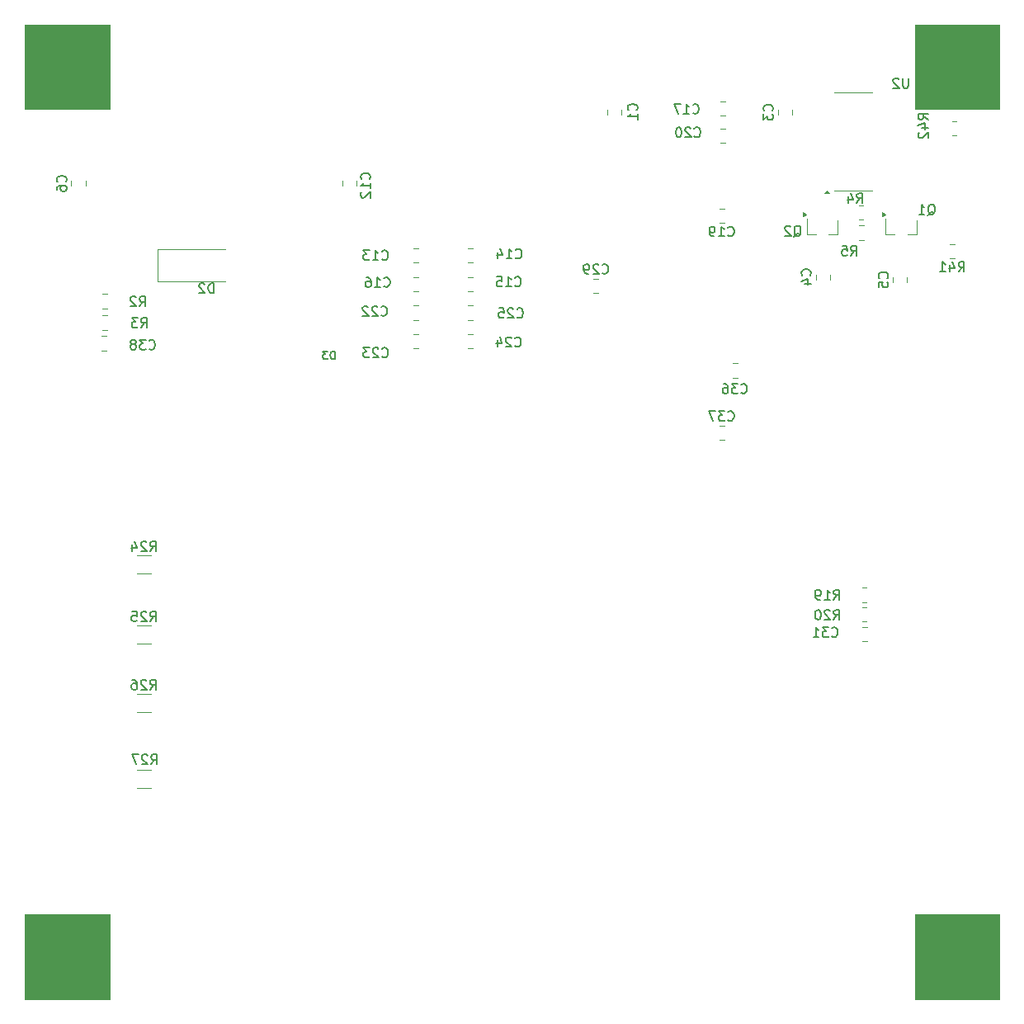
<source format=gbr>
%TF.GenerationSoftware,KiCad,Pcbnew,8.0.2*%
%TF.CreationDate,2025-03-10T15:18:04+08:00*%
%TF.ProjectId,sensorboard_v10,73656e73-6f72-4626-9f61-72645f763130,rev?*%
%TF.SameCoordinates,Original*%
%TF.FileFunction,Legend,Bot*%
%TF.FilePolarity,Positive*%
%FSLAX46Y46*%
G04 Gerber Fmt 4.6, Leading zero omitted, Abs format (unit mm)*
G04 Created by KiCad (PCBNEW 8.0.2) date 2025-03-10 15:18:04*
%MOMM*%
%LPD*%
G01*
G04 APERTURE LIST*
%ADD10C,0.100000*%
%ADD11C,0.150000*%
%ADD12C,0.120000*%
G04 APERTURE END LIST*
D10*
X100000000Y-141300000D02*
X108700000Y-141300000D01*
X108700000Y-150000000D01*
X100000000Y-150000000D01*
X100000000Y-141300000D01*
G36*
X100000000Y-141300000D02*
G01*
X108700000Y-141300000D01*
X108700000Y-150000000D01*
X100000000Y-150000000D01*
X100000000Y-141300000D01*
G37*
X191300000Y-141300000D02*
X200000000Y-141300000D01*
X200000000Y-150000000D01*
X191300000Y-150000000D01*
X191300000Y-141300000D01*
G36*
X191300000Y-141300000D02*
G01*
X200000000Y-141300000D01*
X200000000Y-150000000D01*
X191300000Y-150000000D01*
X191300000Y-141300000D01*
G37*
X191300000Y-50000000D02*
X200000000Y-50000000D01*
X200000000Y-58700000D01*
X191300000Y-58700000D01*
X191300000Y-50000000D01*
G36*
X191300000Y-50000000D02*
G01*
X200000000Y-50000000D01*
X200000000Y-58700000D01*
X191300000Y-58700000D01*
X191300000Y-50000000D01*
G37*
X100000000Y-50000000D02*
X108700000Y-50000000D01*
X108700000Y-58700000D01*
X100000000Y-58700000D01*
X100000000Y-50000000D01*
G36*
X100000000Y-50000000D02*
G01*
X108700000Y-50000000D01*
X108700000Y-58700000D01*
X100000000Y-58700000D01*
X100000000Y-50000000D01*
G37*
D11*
X150292857Y-76790046D02*
X150340476Y-76837666D01*
X150340476Y-76837666D02*
X150483333Y-76885285D01*
X150483333Y-76885285D02*
X150578571Y-76885285D01*
X150578571Y-76885285D02*
X150721428Y-76837666D01*
X150721428Y-76837666D02*
X150816666Y-76742427D01*
X150816666Y-76742427D02*
X150864285Y-76647189D01*
X150864285Y-76647189D02*
X150911904Y-76456713D01*
X150911904Y-76456713D02*
X150911904Y-76313856D01*
X150911904Y-76313856D02*
X150864285Y-76123380D01*
X150864285Y-76123380D02*
X150816666Y-76028142D01*
X150816666Y-76028142D02*
X150721428Y-75932904D01*
X150721428Y-75932904D02*
X150578571Y-75885285D01*
X150578571Y-75885285D02*
X150483333Y-75885285D01*
X150483333Y-75885285D02*
X150340476Y-75932904D01*
X150340476Y-75932904D02*
X150292857Y-75980523D01*
X149340476Y-76885285D02*
X149911904Y-76885285D01*
X149626190Y-76885285D02*
X149626190Y-75885285D01*
X149626190Y-75885285D02*
X149721428Y-76028142D01*
X149721428Y-76028142D02*
X149816666Y-76123380D01*
X149816666Y-76123380D02*
X149911904Y-76170999D01*
X148435714Y-75885285D02*
X148911904Y-75885285D01*
X148911904Y-75885285D02*
X148959523Y-76361475D01*
X148959523Y-76361475D02*
X148911904Y-76313856D01*
X148911904Y-76313856D02*
X148816666Y-76266237D01*
X148816666Y-76266237D02*
X148578571Y-76266237D01*
X148578571Y-76266237D02*
X148483333Y-76313856D01*
X148483333Y-76313856D02*
X148435714Y-76361475D01*
X148435714Y-76361475D02*
X148388095Y-76456713D01*
X148388095Y-76456713D02*
X148388095Y-76694808D01*
X148388095Y-76694808D02*
X148435714Y-76790046D01*
X148435714Y-76790046D02*
X148483333Y-76837666D01*
X148483333Y-76837666D02*
X148578571Y-76885285D01*
X148578571Y-76885285D02*
X148816666Y-76885285D01*
X148816666Y-76885285D02*
X148911904Y-76837666D01*
X148911904Y-76837666D02*
X148959523Y-76790046D01*
X136642857Y-74073380D02*
X136690476Y-74121000D01*
X136690476Y-74121000D02*
X136833333Y-74168619D01*
X136833333Y-74168619D02*
X136928571Y-74168619D01*
X136928571Y-74168619D02*
X137071428Y-74121000D01*
X137071428Y-74121000D02*
X137166666Y-74025761D01*
X137166666Y-74025761D02*
X137214285Y-73930523D01*
X137214285Y-73930523D02*
X137261904Y-73740047D01*
X137261904Y-73740047D02*
X137261904Y-73597190D01*
X137261904Y-73597190D02*
X137214285Y-73406714D01*
X137214285Y-73406714D02*
X137166666Y-73311476D01*
X137166666Y-73311476D02*
X137071428Y-73216238D01*
X137071428Y-73216238D02*
X136928571Y-73168619D01*
X136928571Y-73168619D02*
X136833333Y-73168619D01*
X136833333Y-73168619D02*
X136690476Y-73216238D01*
X136690476Y-73216238D02*
X136642857Y-73263857D01*
X135690476Y-74168619D02*
X136261904Y-74168619D01*
X135976190Y-74168619D02*
X135976190Y-73168619D01*
X135976190Y-73168619D02*
X136071428Y-73311476D01*
X136071428Y-73311476D02*
X136166666Y-73406714D01*
X136166666Y-73406714D02*
X136261904Y-73454333D01*
X135357142Y-73168619D02*
X134738095Y-73168619D01*
X134738095Y-73168619D02*
X135071428Y-73549571D01*
X135071428Y-73549571D02*
X134928571Y-73549571D01*
X134928571Y-73549571D02*
X134833333Y-73597190D01*
X134833333Y-73597190D02*
X134785714Y-73644809D01*
X134785714Y-73644809D02*
X134738095Y-73740047D01*
X134738095Y-73740047D02*
X134738095Y-73978142D01*
X134738095Y-73978142D02*
X134785714Y-74073380D01*
X134785714Y-74073380D02*
X134833333Y-74121000D01*
X134833333Y-74121000D02*
X134928571Y-74168619D01*
X134928571Y-74168619D02*
X135214285Y-74168619D01*
X135214285Y-74168619D02*
X135309523Y-74121000D01*
X135309523Y-74121000D02*
X135357142Y-74073380D01*
X131790475Y-84312295D02*
X131790475Y-83512295D01*
X131790475Y-83512295D02*
X131599999Y-83512295D01*
X131599999Y-83512295D02*
X131485713Y-83550390D01*
X131485713Y-83550390D02*
X131409523Y-83626580D01*
X131409523Y-83626580D02*
X131371428Y-83702771D01*
X131371428Y-83702771D02*
X131333332Y-83855152D01*
X131333332Y-83855152D02*
X131333332Y-83969438D01*
X131333332Y-83969438D02*
X131371428Y-84121819D01*
X131371428Y-84121819D02*
X131409523Y-84198009D01*
X131409523Y-84198009D02*
X131485713Y-84274200D01*
X131485713Y-84274200D02*
X131599999Y-84312295D01*
X131599999Y-84312295D02*
X131790475Y-84312295D01*
X131066666Y-83512295D02*
X130571428Y-83512295D01*
X130571428Y-83512295D02*
X130838094Y-83817057D01*
X130838094Y-83817057D02*
X130723809Y-83817057D01*
X130723809Y-83817057D02*
X130647618Y-83855152D01*
X130647618Y-83855152D02*
X130609523Y-83893247D01*
X130609523Y-83893247D02*
X130571428Y-83969438D01*
X130571428Y-83969438D02*
X130571428Y-84159914D01*
X130571428Y-84159914D02*
X130609523Y-84236104D01*
X130609523Y-84236104D02*
X130647618Y-84274200D01*
X130647618Y-84274200D02*
X130723809Y-84312295D01*
X130723809Y-84312295D02*
X130952380Y-84312295D01*
X130952380Y-84312295D02*
X131028571Y-84274200D01*
X131028571Y-84274200D02*
X131066666Y-84236104D01*
X150292857Y-82973380D02*
X150340476Y-83021000D01*
X150340476Y-83021000D02*
X150483333Y-83068619D01*
X150483333Y-83068619D02*
X150578571Y-83068619D01*
X150578571Y-83068619D02*
X150721428Y-83021000D01*
X150721428Y-83021000D02*
X150816666Y-82925761D01*
X150816666Y-82925761D02*
X150864285Y-82830523D01*
X150864285Y-82830523D02*
X150911904Y-82640047D01*
X150911904Y-82640047D02*
X150911904Y-82497190D01*
X150911904Y-82497190D02*
X150864285Y-82306714D01*
X150864285Y-82306714D02*
X150816666Y-82211476D01*
X150816666Y-82211476D02*
X150721428Y-82116238D01*
X150721428Y-82116238D02*
X150578571Y-82068619D01*
X150578571Y-82068619D02*
X150483333Y-82068619D01*
X150483333Y-82068619D02*
X150340476Y-82116238D01*
X150340476Y-82116238D02*
X150292857Y-82163857D01*
X149911904Y-82163857D02*
X149864285Y-82116238D01*
X149864285Y-82116238D02*
X149769047Y-82068619D01*
X149769047Y-82068619D02*
X149530952Y-82068619D01*
X149530952Y-82068619D02*
X149435714Y-82116238D01*
X149435714Y-82116238D02*
X149388095Y-82163857D01*
X149388095Y-82163857D02*
X149340476Y-82259095D01*
X149340476Y-82259095D02*
X149340476Y-82354333D01*
X149340476Y-82354333D02*
X149388095Y-82497190D01*
X149388095Y-82497190D02*
X149959523Y-83068619D01*
X149959523Y-83068619D02*
X149340476Y-83068619D01*
X148483333Y-82401952D02*
X148483333Y-83068619D01*
X148721428Y-82021000D02*
X148959523Y-82735285D01*
X148959523Y-82735285D02*
X148340476Y-82735285D01*
X150342857Y-73923380D02*
X150390476Y-73971000D01*
X150390476Y-73971000D02*
X150533333Y-74018619D01*
X150533333Y-74018619D02*
X150628571Y-74018619D01*
X150628571Y-74018619D02*
X150771428Y-73971000D01*
X150771428Y-73971000D02*
X150866666Y-73875761D01*
X150866666Y-73875761D02*
X150914285Y-73780523D01*
X150914285Y-73780523D02*
X150961904Y-73590047D01*
X150961904Y-73590047D02*
X150961904Y-73447190D01*
X150961904Y-73447190D02*
X150914285Y-73256714D01*
X150914285Y-73256714D02*
X150866666Y-73161476D01*
X150866666Y-73161476D02*
X150771428Y-73066238D01*
X150771428Y-73066238D02*
X150628571Y-73018619D01*
X150628571Y-73018619D02*
X150533333Y-73018619D01*
X150533333Y-73018619D02*
X150390476Y-73066238D01*
X150390476Y-73066238D02*
X150342857Y-73113857D01*
X149390476Y-74018619D02*
X149961904Y-74018619D01*
X149676190Y-74018619D02*
X149676190Y-73018619D01*
X149676190Y-73018619D02*
X149771428Y-73161476D01*
X149771428Y-73161476D02*
X149866666Y-73256714D01*
X149866666Y-73256714D02*
X149961904Y-73304333D01*
X148533333Y-73351952D02*
X148533333Y-74018619D01*
X148771428Y-72971000D02*
X149009523Y-73685285D01*
X149009523Y-73685285D02*
X148390476Y-73685285D01*
X136542857Y-79806712D02*
X136590476Y-79854332D01*
X136590476Y-79854332D02*
X136733333Y-79901951D01*
X136733333Y-79901951D02*
X136828571Y-79901951D01*
X136828571Y-79901951D02*
X136971428Y-79854332D01*
X136971428Y-79854332D02*
X137066666Y-79759093D01*
X137066666Y-79759093D02*
X137114285Y-79663855D01*
X137114285Y-79663855D02*
X137161904Y-79473379D01*
X137161904Y-79473379D02*
X137161904Y-79330522D01*
X137161904Y-79330522D02*
X137114285Y-79140046D01*
X137114285Y-79140046D02*
X137066666Y-79044808D01*
X137066666Y-79044808D02*
X136971428Y-78949570D01*
X136971428Y-78949570D02*
X136828571Y-78901951D01*
X136828571Y-78901951D02*
X136733333Y-78901951D01*
X136733333Y-78901951D02*
X136590476Y-78949570D01*
X136590476Y-78949570D02*
X136542857Y-78997189D01*
X136161904Y-78997189D02*
X136114285Y-78949570D01*
X136114285Y-78949570D02*
X136019047Y-78901951D01*
X136019047Y-78901951D02*
X135780952Y-78901951D01*
X135780952Y-78901951D02*
X135685714Y-78949570D01*
X135685714Y-78949570D02*
X135638095Y-78997189D01*
X135638095Y-78997189D02*
X135590476Y-79092427D01*
X135590476Y-79092427D02*
X135590476Y-79187665D01*
X135590476Y-79187665D02*
X135638095Y-79330522D01*
X135638095Y-79330522D02*
X136209523Y-79901951D01*
X136209523Y-79901951D02*
X135590476Y-79901951D01*
X135209523Y-78997189D02*
X135161904Y-78949570D01*
X135161904Y-78949570D02*
X135066666Y-78901951D01*
X135066666Y-78901951D02*
X134828571Y-78901951D01*
X134828571Y-78901951D02*
X134733333Y-78949570D01*
X134733333Y-78949570D02*
X134685714Y-78997189D01*
X134685714Y-78997189D02*
X134638095Y-79092427D01*
X134638095Y-79092427D02*
X134638095Y-79187665D01*
X134638095Y-79187665D02*
X134685714Y-79330522D01*
X134685714Y-79330522D02*
X135257142Y-79901951D01*
X135257142Y-79901951D02*
X134638095Y-79901951D01*
X136642857Y-84073380D02*
X136690476Y-84121000D01*
X136690476Y-84121000D02*
X136833333Y-84168619D01*
X136833333Y-84168619D02*
X136928571Y-84168619D01*
X136928571Y-84168619D02*
X137071428Y-84121000D01*
X137071428Y-84121000D02*
X137166666Y-84025761D01*
X137166666Y-84025761D02*
X137214285Y-83930523D01*
X137214285Y-83930523D02*
X137261904Y-83740047D01*
X137261904Y-83740047D02*
X137261904Y-83597190D01*
X137261904Y-83597190D02*
X137214285Y-83406714D01*
X137214285Y-83406714D02*
X137166666Y-83311476D01*
X137166666Y-83311476D02*
X137071428Y-83216238D01*
X137071428Y-83216238D02*
X136928571Y-83168619D01*
X136928571Y-83168619D02*
X136833333Y-83168619D01*
X136833333Y-83168619D02*
X136690476Y-83216238D01*
X136690476Y-83216238D02*
X136642857Y-83263857D01*
X136261904Y-83263857D02*
X136214285Y-83216238D01*
X136214285Y-83216238D02*
X136119047Y-83168619D01*
X136119047Y-83168619D02*
X135880952Y-83168619D01*
X135880952Y-83168619D02*
X135785714Y-83216238D01*
X135785714Y-83216238D02*
X135738095Y-83263857D01*
X135738095Y-83263857D02*
X135690476Y-83359095D01*
X135690476Y-83359095D02*
X135690476Y-83454333D01*
X135690476Y-83454333D02*
X135738095Y-83597190D01*
X135738095Y-83597190D02*
X136309523Y-84168619D01*
X136309523Y-84168619D02*
X135690476Y-84168619D01*
X135357142Y-83168619D02*
X134738095Y-83168619D01*
X134738095Y-83168619D02*
X135071428Y-83549571D01*
X135071428Y-83549571D02*
X134928571Y-83549571D01*
X134928571Y-83549571D02*
X134833333Y-83597190D01*
X134833333Y-83597190D02*
X134785714Y-83644809D01*
X134785714Y-83644809D02*
X134738095Y-83740047D01*
X134738095Y-83740047D02*
X134738095Y-83978142D01*
X134738095Y-83978142D02*
X134785714Y-84073380D01*
X134785714Y-84073380D02*
X134833333Y-84121000D01*
X134833333Y-84121000D02*
X134928571Y-84168619D01*
X134928571Y-84168619D02*
X135214285Y-84168619D01*
X135214285Y-84168619D02*
X135309523Y-84121000D01*
X135309523Y-84121000D02*
X135357142Y-84073380D01*
X182992857Y-109004819D02*
X183326190Y-108528628D01*
X183564285Y-109004819D02*
X183564285Y-108004819D01*
X183564285Y-108004819D02*
X183183333Y-108004819D01*
X183183333Y-108004819D02*
X183088095Y-108052438D01*
X183088095Y-108052438D02*
X183040476Y-108100057D01*
X183040476Y-108100057D02*
X182992857Y-108195295D01*
X182992857Y-108195295D02*
X182992857Y-108338152D01*
X182992857Y-108338152D02*
X183040476Y-108433390D01*
X183040476Y-108433390D02*
X183088095Y-108481009D01*
X183088095Y-108481009D02*
X183183333Y-108528628D01*
X183183333Y-108528628D02*
X183564285Y-108528628D01*
X182040476Y-109004819D02*
X182611904Y-109004819D01*
X182326190Y-109004819D02*
X182326190Y-108004819D01*
X182326190Y-108004819D02*
X182421428Y-108147676D01*
X182421428Y-108147676D02*
X182516666Y-108242914D01*
X182516666Y-108242914D02*
X182611904Y-108290533D01*
X181564285Y-109004819D02*
X181373809Y-109004819D01*
X181373809Y-109004819D02*
X181278571Y-108957200D01*
X181278571Y-108957200D02*
X181230952Y-108909580D01*
X181230952Y-108909580D02*
X181135714Y-108766723D01*
X181135714Y-108766723D02*
X181088095Y-108576247D01*
X181088095Y-108576247D02*
X181088095Y-108195295D01*
X181088095Y-108195295D02*
X181135714Y-108100057D01*
X181135714Y-108100057D02*
X181183333Y-108052438D01*
X181183333Y-108052438D02*
X181278571Y-108004819D01*
X181278571Y-108004819D02*
X181469047Y-108004819D01*
X181469047Y-108004819D02*
X181564285Y-108052438D01*
X181564285Y-108052438D02*
X181611904Y-108100057D01*
X181611904Y-108100057D02*
X181659523Y-108195295D01*
X181659523Y-108195295D02*
X181659523Y-108433390D01*
X181659523Y-108433390D02*
X181611904Y-108528628D01*
X181611904Y-108528628D02*
X181564285Y-108576247D01*
X181564285Y-108576247D02*
X181469047Y-108623866D01*
X181469047Y-108623866D02*
X181278571Y-108623866D01*
X181278571Y-108623866D02*
X181183333Y-108576247D01*
X181183333Y-108576247D02*
X181135714Y-108528628D01*
X181135714Y-108528628D02*
X181088095Y-108433390D01*
X159242857Y-75486480D02*
X159290476Y-75534100D01*
X159290476Y-75534100D02*
X159433333Y-75581719D01*
X159433333Y-75581719D02*
X159528571Y-75581719D01*
X159528571Y-75581719D02*
X159671428Y-75534100D01*
X159671428Y-75534100D02*
X159766666Y-75438861D01*
X159766666Y-75438861D02*
X159814285Y-75343623D01*
X159814285Y-75343623D02*
X159861904Y-75153147D01*
X159861904Y-75153147D02*
X159861904Y-75010290D01*
X159861904Y-75010290D02*
X159814285Y-74819814D01*
X159814285Y-74819814D02*
X159766666Y-74724576D01*
X159766666Y-74724576D02*
X159671428Y-74629338D01*
X159671428Y-74629338D02*
X159528571Y-74581719D01*
X159528571Y-74581719D02*
X159433333Y-74581719D01*
X159433333Y-74581719D02*
X159290476Y-74629338D01*
X159290476Y-74629338D02*
X159242857Y-74676957D01*
X158861904Y-74676957D02*
X158814285Y-74629338D01*
X158814285Y-74629338D02*
X158719047Y-74581719D01*
X158719047Y-74581719D02*
X158480952Y-74581719D01*
X158480952Y-74581719D02*
X158385714Y-74629338D01*
X158385714Y-74629338D02*
X158338095Y-74676957D01*
X158338095Y-74676957D02*
X158290476Y-74772195D01*
X158290476Y-74772195D02*
X158290476Y-74867433D01*
X158290476Y-74867433D02*
X158338095Y-75010290D01*
X158338095Y-75010290D02*
X158909523Y-75581719D01*
X158909523Y-75581719D02*
X158290476Y-75581719D01*
X157814285Y-75581719D02*
X157623809Y-75581719D01*
X157623809Y-75581719D02*
X157528571Y-75534100D01*
X157528571Y-75534100D02*
X157480952Y-75486480D01*
X157480952Y-75486480D02*
X157385714Y-75343623D01*
X157385714Y-75343623D02*
X157338095Y-75153147D01*
X157338095Y-75153147D02*
X157338095Y-74772195D01*
X157338095Y-74772195D02*
X157385714Y-74676957D01*
X157385714Y-74676957D02*
X157433333Y-74629338D01*
X157433333Y-74629338D02*
X157528571Y-74581719D01*
X157528571Y-74581719D02*
X157719047Y-74581719D01*
X157719047Y-74581719D02*
X157814285Y-74629338D01*
X157814285Y-74629338D02*
X157861904Y-74676957D01*
X157861904Y-74676957D02*
X157909523Y-74772195D01*
X157909523Y-74772195D02*
X157909523Y-75010290D01*
X157909523Y-75010290D02*
X157861904Y-75105528D01*
X157861904Y-75105528D02*
X157814285Y-75153147D01*
X157814285Y-75153147D02*
X157719047Y-75200766D01*
X157719047Y-75200766D02*
X157528571Y-75200766D01*
X157528571Y-75200766D02*
X157433333Y-75153147D01*
X157433333Y-75153147D02*
X157385714Y-75105528D01*
X157385714Y-75105528D02*
X157338095Y-75010290D01*
X112842857Y-111234819D02*
X113176190Y-110758628D01*
X113414285Y-111234819D02*
X113414285Y-110234819D01*
X113414285Y-110234819D02*
X113033333Y-110234819D01*
X113033333Y-110234819D02*
X112938095Y-110282438D01*
X112938095Y-110282438D02*
X112890476Y-110330057D01*
X112890476Y-110330057D02*
X112842857Y-110425295D01*
X112842857Y-110425295D02*
X112842857Y-110568152D01*
X112842857Y-110568152D02*
X112890476Y-110663390D01*
X112890476Y-110663390D02*
X112938095Y-110711009D01*
X112938095Y-110711009D02*
X113033333Y-110758628D01*
X113033333Y-110758628D02*
X113414285Y-110758628D01*
X112461904Y-110330057D02*
X112414285Y-110282438D01*
X112414285Y-110282438D02*
X112319047Y-110234819D01*
X112319047Y-110234819D02*
X112080952Y-110234819D01*
X112080952Y-110234819D02*
X111985714Y-110282438D01*
X111985714Y-110282438D02*
X111938095Y-110330057D01*
X111938095Y-110330057D02*
X111890476Y-110425295D01*
X111890476Y-110425295D02*
X111890476Y-110520533D01*
X111890476Y-110520533D02*
X111938095Y-110663390D01*
X111938095Y-110663390D02*
X112509523Y-111234819D01*
X112509523Y-111234819D02*
X111890476Y-111234819D01*
X110985714Y-110234819D02*
X111461904Y-110234819D01*
X111461904Y-110234819D02*
X111509523Y-110711009D01*
X111509523Y-110711009D02*
X111461904Y-110663390D01*
X111461904Y-110663390D02*
X111366666Y-110615771D01*
X111366666Y-110615771D02*
X111128571Y-110615771D01*
X111128571Y-110615771D02*
X111033333Y-110663390D01*
X111033333Y-110663390D02*
X110985714Y-110711009D01*
X110985714Y-110711009D02*
X110938095Y-110806247D01*
X110938095Y-110806247D02*
X110938095Y-111044342D01*
X110938095Y-111044342D02*
X110985714Y-111139580D01*
X110985714Y-111139580D02*
X111033333Y-111187200D01*
X111033333Y-111187200D02*
X111128571Y-111234819D01*
X111128571Y-111234819D02*
X111366666Y-111234819D01*
X111366666Y-111234819D02*
X111461904Y-111187200D01*
X111461904Y-111187200D02*
X111509523Y-111139580D01*
X173492857Y-87759580D02*
X173540476Y-87807200D01*
X173540476Y-87807200D02*
X173683333Y-87854819D01*
X173683333Y-87854819D02*
X173778571Y-87854819D01*
X173778571Y-87854819D02*
X173921428Y-87807200D01*
X173921428Y-87807200D02*
X174016666Y-87711961D01*
X174016666Y-87711961D02*
X174064285Y-87616723D01*
X174064285Y-87616723D02*
X174111904Y-87426247D01*
X174111904Y-87426247D02*
X174111904Y-87283390D01*
X174111904Y-87283390D02*
X174064285Y-87092914D01*
X174064285Y-87092914D02*
X174016666Y-86997676D01*
X174016666Y-86997676D02*
X173921428Y-86902438D01*
X173921428Y-86902438D02*
X173778571Y-86854819D01*
X173778571Y-86854819D02*
X173683333Y-86854819D01*
X173683333Y-86854819D02*
X173540476Y-86902438D01*
X173540476Y-86902438D02*
X173492857Y-86950057D01*
X173159523Y-86854819D02*
X172540476Y-86854819D01*
X172540476Y-86854819D02*
X172873809Y-87235771D01*
X172873809Y-87235771D02*
X172730952Y-87235771D01*
X172730952Y-87235771D02*
X172635714Y-87283390D01*
X172635714Y-87283390D02*
X172588095Y-87331009D01*
X172588095Y-87331009D02*
X172540476Y-87426247D01*
X172540476Y-87426247D02*
X172540476Y-87664342D01*
X172540476Y-87664342D02*
X172588095Y-87759580D01*
X172588095Y-87759580D02*
X172635714Y-87807200D01*
X172635714Y-87807200D02*
X172730952Y-87854819D01*
X172730952Y-87854819D02*
X173016666Y-87854819D01*
X173016666Y-87854819D02*
X173111904Y-87807200D01*
X173111904Y-87807200D02*
X173159523Y-87759580D01*
X171683333Y-86854819D02*
X171873809Y-86854819D01*
X171873809Y-86854819D02*
X171969047Y-86902438D01*
X171969047Y-86902438D02*
X172016666Y-86950057D01*
X172016666Y-86950057D02*
X172111904Y-87092914D01*
X172111904Y-87092914D02*
X172159523Y-87283390D01*
X172159523Y-87283390D02*
X172159523Y-87664342D01*
X172159523Y-87664342D02*
X172111904Y-87759580D01*
X172111904Y-87759580D02*
X172064285Y-87807200D01*
X172064285Y-87807200D02*
X171969047Y-87854819D01*
X171969047Y-87854819D02*
X171778571Y-87854819D01*
X171778571Y-87854819D02*
X171683333Y-87807200D01*
X171683333Y-87807200D02*
X171635714Y-87759580D01*
X171635714Y-87759580D02*
X171588095Y-87664342D01*
X171588095Y-87664342D02*
X171588095Y-87426247D01*
X171588095Y-87426247D02*
X171635714Y-87331009D01*
X171635714Y-87331009D02*
X171683333Y-87283390D01*
X171683333Y-87283390D02*
X171778571Y-87235771D01*
X171778571Y-87235771D02*
X171969047Y-87235771D01*
X171969047Y-87235771D02*
X172064285Y-87283390D01*
X172064285Y-87283390D02*
X172111904Y-87331009D01*
X172111904Y-87331009D02*
X172159523Y-87426247D01*
X111766666Y-78904819D02*
X112099999Y-78428628D01*
X112338094Y-78904819D02*
X112338094Y-77904819D01*
X112338094Y-77904819D02*
X111957142Y-77904819D01*
X111957142Y-77904819D02*
X111861904Y-77952438D01*
X111861904Y-77952438D02*
X111814285Y-78000057D01*
X111814285Y-78000057D02*
X111766666Y-78095295D01*
X111766666Y-78095295D02*
X111766666Y-78238152D01*
X111766666Y-78238152D02*
X111814285Y-78333390D01*
X111814285Y-78333390D02*
X111861904Y-78381009D01*
X111861904Y-78381009D02*
X111957142Y-78428628D01*
X111957142Y-78428628D02*
X112338094Y-78428628D01*
X111385713Y-78000057D02*
X111338094Y-77952438D01*
X111338094Y-77952438D02*
X111242856Y-77904819D01*
X111242856Y-77904819D02*
X111004761Y-77904819D01*
X111004761Y-77904819D02*
X110909523Y-77952438D01*
X110909523Y-77952438D02*
X110861904Y-78000057D01*
X110861904Y-78000057D02*
X110814285Y-78095295D01*
X110814285Y-78095295D02*
X110814285Y-78190533D01*
X110814285Y-78190533D02*
X110861904Y-78333390D01*
X110861904Y-78333390D02*
X111433332Y-78904819D01*
X111433332Y-78904819D02*
X110814285Y-78904819D01*
X184766666Y-73704819D02*
X185099999Y-73228628D01*
X185338094Y-73704819D02*
X185338094Y-72704819D01*
X185338094Y-72704819D02*
X184957142Y-72704819D01*
X184957142Y-72704819D02*
X184861904Y-72752438D01*
X184861904Y-72752438D02*
X184814285Y-72800057D01*
X184814285Y-72800057D02*
X184766666Y-72895295D01*
X184766666Y-72895295D02*
X184766666Y-73038152D01*
X184766666Y-73038152D02*
X184814285Y-73133390D01*
X184814285Y-73133390D02*
X184861904Y-73181009D01*
X184861904Y-73181009D02*
X184957142Y-73228628D01*
X184957142Y-73228628D02*
X185338094Y-73228628D01*
X183861904Y-72704819D02*
X184338094Y-72704819D01*
X184338094Y-72704819D02*
X184385713Y-73181009D01*
X184385713Y-73181009D02*
X184338094Y-73133390D01*
X184338094Y-73133390D02*
X184242856Y-73085771D01*
X184242856Y-73085771D02*
X184004761Y-73085771D01*
X184004761Y-73085771D02*
X183909523Y-73133390D01*
X183909523Y-73133390D02*
X183861904Y-73181009D01*
X183861904Y-73181009D02*
X183814285Y-73276247D01*
X183814285Y-73276247D02*
X183814285Y-73514342D01*
X183814285Y-73514342D02*
X183861904Y-73609580D01*
X183861904Y-73609580D02*
X183909523Y-73657200D01*
X183909523Y-73657200D02*
X184004761Y-73704819D01*
X184004761Y-73704819D02*
X184242856Y-73704819D01*
X184242856Y-73704819D02*
X184338094Y-73657200D01*
X184338094Y-73657200D02*
X184385713Y-73609580D01*
X112842857Y-104034819D02*
X113176190Y-103558628D01*
X113414285Y-104034819D02*
X113414285Y-103034819D01*
X113414285Y-103034819D02*
X113033333Y-103034819D01*
X113033333Y-103034819D02*
X112938095Y-103082438D01*
X112938095Y-103082438D02*
X112890476Y-103130057D01*
X112890476Y-103130057D02*
X112842857Y-103225295D01*
X112842857Y-103225295D02*
X112842857Y-103368152D01*
X112842857Y-103368152D02*
X112890476Y-103463390D01*
X112890476Y-103463390D02*
X112938095Y-103511009D01*
X112938095Y-103511009D02*
X113033333Y-103558628D01*
X113033333Y-103558628D02*
X113414285Y-103558628D01*
X112461904Y-103130057D02*
X112414285Y-103082438D01*
X112414285Y-103082438D02*
X112319047Y-103034819D01*
X112319047Y-103034819D02*
X112080952Y-103034819D01*
X112080952Y-103034819D02*
X111985714Y-103082438D01*
X111985714Y-103082438D02*
X111938095Y-103130057D01*
X111938095Y-103130057D02*
X111890476Y-103225295D01*
X111890476Y-103225295D02*
X111890476Y-103320533D01*
X111890476Y-103320533D02*
X111938095Y-103463390D01*
X111938095Y-103463390D02*
X112509523Y-104034819D01*
X112509523Y-104034819D02*
X111890476Y-104034819D01*
X111033333Y-103368152D02*
X111033333Y-104034819D01*
X111271428Y-102987200D02*
X111509523Y-103701485D01*
X111509523Y-103701485D02*
X110890476Y-103701485D01*
X112842857Y-118234819D02*
X113176190Y-117758628D01*
X113414285Y-118234819D02*
X113414285Y-117234819D01*
X113414285Y-117234819D02*
X113033333Y-117234819D01*
X113033333Y-117234819D02*
X112938095Y-117282438D01*
X112938095Y-117282438D02*
X112890476Y-117330057D01*
X112890476Y-117330057D02*
X112842857Y-117425295D01*
X112842857Y-117425295D02*
X112842857Y-117568152D01*
X112842857Y-117568152D02*
X112890476Y-117663390D01*
X112890476Y-117663390D02*
X112938095Y-117711009D01*
X112938095Y-117711009D02*
X113033333Y-117758628D01*
X113033333Y-117758628D02*
X113414285Y-117758628D01*
X112461904Y-117330057D02*
X112414285Y-117282438D01*
X112414285Y-117282438D02*
X112319047Y-117234819D01*
X112319047Y-117234819D02*
X112080952Y-117234819D01*
X112080952Y-117234819D02*
X111985714Y-117282438D01*
X111985714Y-117282438D02*
X111938095Y-117330057D01*
X111938095Y-117330057D02*
X111890476Y-117425295D01*
X111890476Y-117425295D02*
X111890476Y-117520533D01*
X111890476Y-117520533D02*
X111938095Y-117663390D01*
X111938095Y-117663390D02*
X112509523Y-118234819D01*
X112509523Y-118234819D02*
X111890476Y-118234819D01*
X111033333Y-117234819D02*
X111223809Y-117234819D01*
X111223809Y-117234819D02*
X111319047Y-117282438D01*
X111319047Y-117282438D02*
X111366666Y-117330057D01*
X111366666Y-117330057D02*
X111461904Y-117472914D01*
X111461904Y-117472914D02*
X111509523Y-117663390D01*
X111509523Y-117663390D02*
X111509523Y-118044342D01*
X111509523Y-118044342D02*
X111461904Y-118139580D01*
X111461904Y-118139580D02*
X111414285Y-118187200D01*
X111414285Y-118187200D02*
X111319047Y-118234819D01*
X111319047Y-118234819D02*
X111128571Y-118234819D01*
X111128571Y-118234819D02*
X111033333Y-118187200D01*
X111033333Y-118187200D02*
X110985714Y-118139580D01*
X110985714Y-118139580D02*
X110938095Y-118044342D01*
X110938095Y-118044342D02*
X110938095Y-117806247D01*
X110938095Y-117806247D02*
X110985714Y-117711009D01*
X110985714Y-117711009D02*
X111033333Y-117663390D01*
X111033333Y-117663390D02*
X111128571Y-117615771D01*
X111128571Y-117615771D02*
X111319047Y-117615771D01*
X111319047Y-117615771D02*
X111414285Y-117663390D01*
X111414285Y-117663390D02*
X111461904Y-117711009D01*
X111461904Y-117711009D02*
X111509523Y-117806247D01*
X195792857Y-75354819D02*
X196126190Y-74878628D01*
X196364285Y-75354819D02*
X196364285Y-74354819D01*
X196364285Y-74354819D02*
X195983333Y-74354819D01*
X195983333Y-74354819D02*
X195888095Y-74402438D01*
X195888095Y-74402438D02*
X195840476Y-74450057D01*
X195840476Y-74450057D02*
X195792857Y-74545295D01*
X195792857Y-74545295D02*
X195792857Y-74688152D01*
X195792857Y-74688152D02*
X195840476Y-74783390D01*
X195840476Y-74783390D02*
X195888095Y-74831009D01*
X195888095Y-74831009D02*
X195983333Y-74878628D01*
X195983333Y-74878628D02*
X196364285Y-74878628D01*
X194935714Y-74688152D02*
X194935714Y-75354819D01*
X195173809Y-74307200D02*
X195411904Y-75021485D01*
X195411904Y-75021485D02*
X194792857Y-75021485D01*
X193888095Y-75354819D02*
X194459523Y-75354819D01*
X194173809Y-75354819D02*
X194173809Y-74354819D01*
X194173809Y-74354819D02*
X194269047Y-74497676D01*
X194269047Y-74497676D02*
X194364285Y-74592914D01*
X194364285Y-74592914D02*
X194459523Y-74640533D01*
X135359580Y-65857142D02*
X135407200Y-65809523D01*
X135407200Y-65809523D02*
X135454819Y-65666666D01*
X135454819Y-65666666D02*
X135454819Y-65571428D01*
X135454819Y-65571428D02*
X135407200Y-65428571D01*
X135407200Y-65428571D02*
X135311961Y-65333333D01*
X135311961Y-65333333D02*
X135216723Y-65285714D01*
X135216723Y-65285714D02*
X135026247Y-65238095D01*
X135026247Y-65238095D02*
X134883390Y-65238095D01*
X134883390Y-65238095D02*
X134692914Y-65285714D01*
X134692914Y-65285714D02*
X134597676Y-65333333D01*
X134597676Y-65333333D02*
X134502438Y-65428571D01*
X134502438Y-65428571D02*
X134454819Y-65571428D01*
X134454819Y-65571428D02*
X134454819Y-65666666D01*
X134454819Y-65666666D02*
X134502438Y-65809523D01*
X134502438Y-65809523D02*
X134550057Y-65857142D01*
X135454819Y-66809523D02*
X135454819Y-66238095D01*
X135454819Y-66523809D02*
X134454819Y-66523809D01*
X134454819Y-66523809D02*
X134597676Y-66428571D01*
X134597676Y-66428571D02*
X134692914Y-66333333D01*
X134692914Y-66333333D02*
X134740533Y-66238095D01*
X134550057Y-67190476D02*
X134502438Y-67238095D01*
X134502438Y-67238095D02*
X134454819Y-67333333D01*
X134454819Y-67333333D02*
X134454819Y-67571428D01*
X134454819Y-67571428D02*
X134502438Y-67666666D01*
X134502438Y-67666666D02*
X134550057Y-67714285D01*
X134550057Y-67714285D02*
X134645295Y-67761904D01*
X134645295Y-67761904D02*
X134740533Y-67761904D01*
X134740533Y-67761904D02*
X134883390Y-67714285D01*
X134883390Y-67714285D02*
X135454819Y-67142857D01*
X135454819Y-67142857D02*
X135454819Y-67761904D01*
X192654819Y-59757142D02*
X192178628Y-59423809D01*
X192654819Y-59185714D02*
X191654819Y-59185714D01*
X191654819Y-59185714D02*
X191654819Y-59566666D01*
X191654819Y-59566666D02*
X191702438Y-59661904D01*
X191702438Y-59661904D02*
X191750057Y-59709523D01*
X191750057Y-59709523D02*
X191845295Y-59757142D01*
X191845295Y-59757142D02*
X191988152Y-59757142D01*
X191988152Y-59757142D02*
X192083390Y-59709523D01*
X192083390Y-59709523D02*
X192131009Y-59661904D01*
X192131009Y-59661904D02*
X192178628Y-59566666D01*
X192178628Y-59566666D02*
X192178628Y-59185714D01*
X191988152Y-60614285D02*
X192654819Y-60614285D01*
X191607200Y-60376190D02*
X192321485Y-60138095D01*
X192321485Y-60138095D02*
X192321485Y-60757142D01*
X191750057Y-61090476D02*
X191702438Y-61138095D01*
X191702438Y-61138095D02*
X191654819Y-61233333D01*
X191654819Y-61233333D02*
X191654819Y-61471428D01*
X191654819Y-61471428D02*
X191702438Y-61566666D01*
X191702438Y-61566666D02*
X191750057Y-61614285D01*
X191750057Y-61614285D02*
X191845295Y-61661904D01*
X191845295Y-61661904D02*
X191940533Y-61661904D01*
X191940533Y-61661904D02*
X192083390Y-61614285D01*
X192083390Y-61614285D02*
X192654819Y-61042857D01*
X192654819Y-61042857D02*
X192654819Y-61661904D01*
X111916666Y-81104819D02*
X112249999Y-80628628D01*
X112488094Y-81104819D02*
X112488094Y-80104819D01*
X112488094Y-80104819D02*
X112107142Y-80104819D01*
X112107142Y-80104819D02*
X112011904Y-80152438D01*
X112011904Y-80152438D02*
X111964285Y-80200057D01*
X111964285Y-80200057D02*
X111916666Y-80295295D01*
X111916666Y-80295295D02*
X111916666Y-80438152D01*
X111916666Y-80438152D02*
X111964285Y-80533390D01*
X111964285Y-80533390D02*
X112011904Y-80581009D01*
X112011904Y-80581009D02*
X112107142Y-80628628D01*
X112107142Y-80628628D02*
X112488094Y-80628628D01*
X111583332Y-80104819D02*
X110964285Y-80104819D01*
X110964285Y-80104819D02*
X111297618Y-80485771D01*
X111297618Y-80485771D02*
X111154761Y-80485771D01*
X111154761Y-80485771D02*
X111059523Y-80533390D01*
X111059523Y-80533390D02*
X111011904Y-80581009D01*
X111011904Y-80581009D02*
X110964285Y-80676247D01*
X110964285Y-80676247D02*
X110964285Y-80914342D01*
X110964285Y-80914342D02*
X111011904Y-81009580D01*
X111011904Y-81009580D02*
X111059523Y-81057200D01*
X111059523Y-81057200D02*
X111154761Y-81104819D01*
X111154761Y-81104819D02*
X111440475Y-81104819D01*
X111440475Y-81104819D02*
X111535713Y-81057200D01*
X111535713Y-81057200D02*
X111583332Y-81009580D01*
X176679580Y-58833333D02*
X176727200Y-58785714D01*
X176727200Y-58785714D02*
X176774819Y-58642857D01*
X176774819Y-58642857D02*
X176774819Y-58547619D01*
X176774819Y-58547619D02*
X176727200Y-58404762D01*
X176727200Y-58404762D02*
X176631961Y-58309524D01*
X176631961Y-58309524D02*
X176536723Y-58261905D01*
X176536723Y-58261905D02*
X176346247Y-58214286D01*
X176346247Y-58214286D02*
X176203390Y-58214286D01*
X176203390Y-58214286D02*
X176012914Y-58261905D01*
X176012914Y-58261905D02*
X175917676Y-58309524D01*
X175917676Y-58309524D02*
X175822438Y-58404762D01*
X175822438Y-58404762D02*
X175774819Y-58547619D01*
X175774819Y-58547619D02*
X175774819Y-58642857D01*
X175774819Y-58642857D02*
X175822438Y-58785714D01*
X175822438Y-58785714D02*
X175870057Y-58833333D01*
X175774819Y-59166667D02*
X175774819Y-59785714D01*
X175774819Y-59785714D02*
X176155771Y-59452381D01*
X176155771Y-59452381D02*
X176155771Y-59595238D01*
X176155771Y-59595238D02*
X176203390Y-59690476D01*
X176203390Y-59690476D02*
X176251009Y-59738095D01*
X176251009Y-59738095D02*
X176346247Y-59785714D01*
X176346247Y-59785714D02*
X176584342Y-59785714D01*
X176584342Y-59785714D02*
X176679580Y-59738095D01*
X176679580Y-59738095D02*
X176727200Y-59690476D01*
X176727200Y-59690476D02*
X176774819Y-59595238D01*
X176774819Y-59595238D02*
X176774819Y-59309524D01*
X176774819Y-59309524D02*
X176727200Y-59214286D01*
X176727200Y-59214286D02*
X176679580Y-59166667D01*
X190661904Y-55504819D02*
X190661904Y-56314342D01*
X190661904Y-56314342D02*
X190614285Y-56409580D01*
X190614285Y-56409580D02*
X190566666Y-56457200D01*
X190566666Y-56457200D02*
X190471428Y-56504819D01*
X190471428Y-56504819D02*
X190280952Y-56504819D01*
X190280952Y-56504819D02*
X190185714Y-56457200D01*
X190185714Y-56457200D02*
X190138095Y-56409580D01*
X190138095Y-56409580D02*
X190090476Y-56314342D01*
X190090476Y-56314342D02*
X190090476Y-55504819D01*
X189661904Y-55600057D02*
X189614285Y-55552438D01*
X189614285Y-55552438D02*
X189519047Y-55504819D01*
X189519047Y-55504819D02*
X189280952Y-55504819D01*
X189280952Y-55504819D02*
X189185714Y-55552438D01*
X189185714Y-55552438D02*
X189138095Y-55600057D01*
X189138095Y-55600057D02*
X189090476Y-55695295D01*
X189090476Y-55695295D02*
X189090476Y-55790533D01*
X189090476Y-55790533D02*
X189138095Y-55933390D01*
X189138095Y-55933390D02*
X189709523Y-56504819D01*
X189709523Y-56504819D02*
X189090476Y-56504819D01*
X112742857Y-83259580D02*
X112790476Y-83307200D01*
X112790476Y-83307200D02*
X112933333Y-83354819D01*
X112933333Y-83354819D02*
X113028571Y-83354819D01*
X113028571Y-83354819D02*
X113171428Y-83307200D01*
X113171428Y-83307200D02*
X113266666Y-83211961D01*
X113266666Y-83211961D02*
X113314285Y-83116723D01*
X113314285Y-83116723D02*
X113361904Y-82926247D01*
X113361904Y-82926247D02*
X113361904Y-82783390D01*
X113361904Y-82783390D02*
X113314285Y-82592914D01*
X113314285Y-82592914D02*
X113266666Y-82497676D01*
X113266666Y-82497676D02*
X113171428Y-82402438D01*
X113171428Y-82402438D02*
X113028571Y-82354819D01*
X113028571Y-82354819D02*
X112933333Y-82354819D01*
X112933333Y-82354819D02*
X112790476Y-82402438D01*
X112790476Y-82402438D02*
X112742857Y-82450057D01*
X112409523Y-82354819D02*
X111790476Y-82354819D01*
X111790476Y-82354819D02*
X112123809Y-82735771D01*
X112123809Y-82735771D02*
X111980952Y-82735771D01*
X111980952Y-82735771D02*
X111885714Y-82783390D01*
X111885714Y-82783390D02*
X111838095Y-82831009D01*
X111838095Y-82831009D02*
X111790476Y-82926247D01*
X111790476Y-82926247D02*
X111790476Y-83164342D01*
X111790476Y-83164342D02*
X111838095Y-83259580D01*
X111838095Y-83259580D02*
X111885714Y-83307200D01*
X111885714Y-83307200D02*
X111980952Y-83354819D01*
X111980952Y-83354819D02*
X112266666Y-83354819D01*
X112266666Y-83354819D02*
X112361904Y-83307200D01*
X112361904Y-83307200D02*
X112409523Y-83259580D01*
X111219047Y-82783390D02*
X111314285Y-82735771D01*
X111314285Y-82735771D02*
X111361904Y-82688152D01*
X111361904Y-82688152D02*
X111409523Y-82592914D01*
X111409523Y-82592914D02*
X111409523Y-82545295D01*
X111409523Y-82545295D02*
X111361904Y-82450057D01*
X111361904Y-82450057D02*
X111314285Y-82402438D01*
X111314285Y-82402438D02*
X111219047Y-82354819D01*
X111219047Y-82354819D02*
X111028571Y-82354819D01*
X111028571Y-82354819D02*
X110933333Y-82402438D01*
X110933333Y-82402438D02*
X110885714Y-82450057D01*
X110885714Y-82450057D02*
X110838095Y-82545295D01*
X110838095Y-82545295D02*
X110838095Y-82592914D01*
X110838095Y-82592914D02*
X110885714Y-82688152D01*
X110885714Y-82688152D02*
X110933333Y-82735771D01*
X110933333Y-82735771D02*
X111028571Y-82783390D01*
X111028571Y-82783390D02*
X111219047Y-82783390D01*
X111219047Y-82783390D02*
X111314285Y-82831009D01*
X111314285Y-82831009D02*
X111361904Y-82878628D01*
X111361904Y-82878628D02*
X111409523Y-82973866D01*
X111409523Y-82973866D02*
X111409523Y-83164342D01*
X111409523Y-83164342D02*
X111361904Y-83259580D01*
X111361904Y-83259580D02*
X111314285Y-83307200D01*
X111314285Y-83307200D02*
X111219047Y-83354819D01*
X111219047Y-83354819D02*
X111028571Y-83354819D01*
X111028571Y-83354819D02*
X110933333Y-83307200D01*
X110933333Y-83307200D02*
X110885714Y-83259580D01*
X110885714Y-83259580D02*
X110838095Y-83164342D01*
X110838095Y-83164342D02*
X110838095Y-82973866D01*
X110838095Y-82973866D02*
X110885714Y-82878628D01*
X110885714Y-82878628D02*
X110933333Y-82831009D01*
X110933333Y-82831009D02*
X111028571Y-82783390D01*
X162759580Y-58783333D02*
X162807200Y-58735714D01*
X162807200Y-58735714D02*
X162854819Y-58592857D01*
X162854819Y-58592857D02*
X162854819Y-58497619D01*
X162854819Y-58497619D02*
X162807200Y-58354762D01*
X162807200Y-58354762D02*
X162711961Y-58259524D01*
X162711961Y-58259524D02*
X162616723Y-58211905D01*
X162616723Y-58211905D02*
X162426247Y-58164286D01*
X162426247Y-58164286D02*
X162283390Y-58164286D01*
X162283390Y-58164286D02*
X162092914Y-58211905D01*
X162092914Y-58211905D02*
X161997676Y-58259524D01*
X161997676Y-58259524D02*
X161902438Y-58354762D01*
X161902438Y-58354762D02*
X161854819Y-58497619D01*
X161854819Y-58497619D02*
X161854819Y-58592857D01*
X161854819Y-58592857D02*
X161902438Y-58735714D01*
X161902438Y-58735714D02*
X161950057Y-58783333D01*
X162854819Y-59735714D02*
X162854819Y-59164286D01*
X162854819Y-59450000D02*
X161854819Y-59450000D01*
X161854819Y-59450000D02*
X161997676Y-59354762D01*
X161997676Y-59354762D02*
X162092914Y-59259524D01*
X162092914Y-59259524D02*
X162140533Y-59164286D01*
X192645238Y-69550057D02*
X192740476Y-69502438D01*
X192740476Y-69502438D02*
X192835714Y-69407200D01*
X192835714Y-69407200D02*
X192978571Y-69264342D01*
X192978571Y-69264342D02*
X193073809Y-69216723D01*
X193073809Y-69216723D02*
X193169047Y-69216723D01*
X193121428Y-69454819D02*
X193216666Y-69407200D01*
X193216666Y-69407200D02*
X193311904Y-69311961D01*
X193311904Y-69311961D02*
X193359523Y-69121485D01*
X193359523Y-69121485D02*
X193359523Y-68788152D01*
X193359523Y-68788152D02*
X193311904Y-68597676D01*
X193311904Y-68597676D02*
X193216666Y-68502438D01*
X193216666Y-68502438D02*
X193121428Y-68454819D01*
X193121428Y-68454819D02*
X192930952Y-68454819D01*
X192930952Y-68454819D02*
X192835714Y-68502438D01*
X192835714Y-68502438D02*
X192740476Y-68597676D01*
X192740476Y-68597676D02*
X192692857Y-68788152D01*
X192692857Y-68788152D02*
X192692857Y-69121485D01*
X192692857Y-69121485D02*
X192740476Y-69311961D01*
X192740476Y-69311961D02*
X192835714Y-69407200D01*
X192835714Y-69407200D02*
X192930952Y-69454819D01*
X192930952Y-69454819D02*
X193121428Y-69454819D01*
X191740476Y-69454819D02*
X192311904Y-69454819D01*
X192026190Y-69454819D02*
X192026190Y-68454819D01*
X192026190Y-68454819D02*
X192121428Y-68597676D01*
X192121428Y-68597676D02*
X192216666Y-68692914D01*
X192216666Y-68692914D02*
X192311904Y-68740533D01*
X182992857Y-111054819D02*
X183326190Y-110578628D01*
X183564285Y-111054819D02*
X183564285Y-110054819D01*
X183564285Y-110054819D02*
X183183333Y-110054819D01*
X183183333Y-110054819D02*
X183088095Y-110102438D01*
X183088095Y-110102438D02*
X183040476Y-110150057D01*
X183040476Y-110150057D02*
X182992857Y-110245295D01*
X182992857Y-110245295D02*
X182992857Y-110388152D01*
X182992857Y-110388152D02*
X183040476Y-110483390D01*
X183040476Y-110483390D02*
X183088095Y-110531009D01*
X183088095Y-110531009D02*
X183183333Y-110578628D01*
X183183333Y-110578628D02*
X183564285Y-110578628D01*
X182611904Y-110150057D02*
X182564285Y-110102438D01*
X182564285Y-110102438D02*
X182469047Y-110054819D01*
X182469047Y-110054819D02*
X182230952Y-110054819D01*
X182230952Y-110054819D02*
X182135714Y-110102438D01*
X182135714Y-110102438D02*
X182088095Y-110150057D01*
X182088095Y-110150057D02*
X182040476Y-110245295D01*
X182040476Y-110245295D02*
X182040476Y-110340533D01*
X182040476Y-110340533D02*
X182088095Y-110483390D01*
X182088095Y-110483390D02*
X182659523Y-111054819D01*
X182659523Y-111054819D02*
X182040476Y-111054819D01*
X181421428Y-110054819D02*
X181326190Y-110054819D01*
X181326190Y-110054819D02*
X181230952Y-110102438D01*
X181230952Y-110102438D02*
X181183333Y-110150057D01*
X181183333Y-110150057D02*
X181135714Y-110245295D01*
X181135714Y-110245295D02*
X181088095Y-110435771D01*
X181088095Y-110435771D02*
X181088095Y-110673866D01*
X181088095Y-110673866D02*
X181135714Y-110864342D01*
X181135714Y-110864342D02*
X181183333Y-110959580D01*
X181183333Y-110959580D02*
X181230952Y-111007200D01*
X181230952Y-111007200D02*
X181326190Y-111054819D01*
X181326190Y-111054819D02*
X181421428Y-111054819D01*
X181421428Y-111054819D02*
X181516666Y-111007200D01*
X181516666Y-111007200D02*
X181564285Y-110959580D01*
X181564285Y-110959580D02*
X181611904Y-110864342D01*
X181611904Y-110864342D02*
X181659523Y-110673866D01*
X181659523Y-110673866D02*
X181659523Y-110435771D01*
X181659523Y-110435771D02*
X181611904Y-110245295D01*
X181611904Y-110245295D02*
X181564285Y-110150057D01*
X181564285Y-110150057D02*
X181516666Y-110102438D01*
X181516666Y-110102438D02*
X181421428Y-110054819D01*
X188479580Y-76033333D02*
X188527200Y-75985714D01*
X188527200Y-75985714D02*
X188574819Y-75842857D01*
X188574819Y-75842857D02*
X188574819Y-75747619D01*
X188574819Y-75747619D02*
X188527200Y-75604762D01*
X188527200Y-75604762D02*
X188431961Y-75509524D01*
X188431961Y-75509524D02*
X188336723Y-75461905D01*
X188336723Y-75461905D02*
X188146247Y-75414286D01*
X188146247Y-75414286D02*
X188003390Y-75414286D01*
X188003390Y-75414286D02*
X187812914Y-75461905D01*
X187812914Y-75461905D02*
X187717676Y-75509524D01*
X187717676Y-75509524D02*
X187622438Y-75604762D01*
X187622438Y-75604762D02*
X187574819Y-75747619D01*
X187574819Y-75747619D02*
X187574819Y-75842857D01*
X187574819Y-75842857D02*
X187622438Y-75985714D01*
X187622438Y-75985714D02*
X187670057Y-76033333D01*
X187574819Y-76938095D02*
X187574819Y-76461905D01*
X187574819Y-76461905D02*
X188051009Y-76414286D01*
X188051009Y-76414286D02*
X188003390Y-76461905D01*
X188003390Y-76461905D02*
X187955771Y-76557143D01*
X187955771Y-76557143D02*
X187955771Y-76795238D01*
X187955771Y-76795238D02*
X188003390Y-76890476D01*
X188003390Y-76890476D02*
X188051009Y-76938095D01*
X188051009Y-76938095D02*
X188146247Y-76985714D01*
X188146247Y-76985714D02*
X188384342Y-76985714D01*
X188384342Y-76985714D02*
X188479580Y-76938095D01*
X188479580Y-76938095D02*
X188527200Y-76890476D01*
X188527200Y-76890476D02*
X188574819Y-76795238D01*
X188574819Y-76795238D02*
X188574819Y-76557143D01*
X188574819Y-76557143D02*
X188527200Y-76461905D01*
X188527200Y-76461905D02*
X188479580Y-76414286D01*
X104179580Y-66133333D02*
X104227200Y-66085714D01*
X104227200Y-66085714D02*
X104274819Y-65942857D01*
X104274819Y-65942857D02*
X104274819Y-65847619D01*
X104274819Y-65847619D02*
X104227200Y-65704762D01*
X104227200Y-65704762D02*
X104131961Y-65609524D01*
X104131961Y-65609524D02*
X104036723Y-65561905D01*
X104036723Y-65561905D02*
X103846247Y-65514286D01*
X103846247Y-65514286D02*
X103703390Y-65514286D01*
X103703390Y-65514286D02*
X103512914Y-65561905D01*
X103512914Y-65561905D02*
X103417676Y-65609524D01*
X103417676Y-65609524D02*
X103322438Y-65704762D01*
X103322438Y-65704762D02*
X103274819Y-65847619D01*
X103274819Y-65847619D02*
X103274819Y-65942857D01*
X103274819Y-65942857D02*
X103322438Y-66085714D01*
X103322438Y-66085714D02*
X103370057Y-66133333D01*
X103274819Y-66990476D02*
X103274819Y-66800000D01*
X103274819Y-66800000D02*
X103322438Y-66704762D01*
X103322438Y-66704762D02*
X103370057Y-66657143D01*
X103370057Y-66657143D02*
X103512914Y-66561905D01*
X103512914Y-66561905D02*
X103703390Y-66514286D01*
X103703390Y-66514286D02*
X104084342Y-66514286D01*
X104084342Y-66514286D02*
X104179580Y-66561905D01*
X104179580Y-66561905D02*
X104227200Y-66609524D01*
X104227200Y-66609524D02*
X104274819Y-66704762D01*
X104274819Y-66704762D02*
X104274819Y-66895238D01*
X104274819Y-66895238D02*
X104227200Y-66990476D01*
X104227200Y-66990476D02*
X104179580Y-67038095D01*
X104179580Y-67038095D02*
X104084342Y-67085714D01*
X104084342Y-67085714D02*
X103846247Y-67085714D01*
X103846247Y-67085714D02*
X103751009Y-67038095D01*
X103751009Y-67038095D02*
X103703390Y-66990476D01*
X103703390Y-66990476D02*
X103655771Y-66895238D01*
X103655771Y-66895238D02*
X103655771Y-66704762D01*
X103655771Y-66704762D02*
X103703390Y-66609524D01*
X103703390Y-66609524D02*
X103751009Y-66561905D01*
X103751009Y-66561905D02*
X103846247Y-66514286D01*
X185366666Y-68304819D02*
X185699999Y-67828628D01*
X185938094Y-68304819D02*
X185938094Y-67304819D01*
X185938094Y-67304819D02*
X185557142Y-67304819D01*
X185557142Y-67304819D02*
X185461904Y-67352438D01*
X185461904Y-67352438D02*
X185414285Y-67400057D01*
X185414285Y-67400057D02*
X185366666Y-67495295D01*
X185366666Y-67495295D02*
X185366666Y-67638152D01*
X185366666Y-67638152D02*
X185414285Y-67733390D01*
X185414285Y-67733390D02*
X185461904Y-67781009D01*
X185461904Y-67781009D02*
X185557142Y-67828628D01*
X185557142Y-67828628D02*
X185938094Y-67828628D01*
X184509523Y-67638152D02*
X184509523Y-68304819D01*
X184747618Y-67257200D02*
X184985713Y-67971485D01*
X184985713Y-67971485D02*
X184366666Y-67971485D01*
X182792857Y-112759580D02*
X182840476Y-112807200D01*
X182840476Y-112807200D02*
X182983333Y-112854819D01*
X182983333Y-112854819D02*
X183078571Y-112854819D01*
X183078571Y-112854819D02*
X183221428Y-112807200D01*
X183221428Y-112807200D02*
X183316666Y-112711961D01*
X183316666Y-112711961D02*
X183364285Y-112616723D01*
X183364285Y-112616723D02*
X183411904Y-112426247D01*
X183411904Y-112426247D02*
X183411904Y-112283390D01*
X183411904Y-112283390D02*
X183364285Y-112092914D01*
X183364285Y-112092914D02*
X183316666Y-111997676D01*
X183316666Y-111997676D02*
X183221428Y-111902438D01*
X183221428Y-111902438D02*
X183078571Y-111854819D01*
X183078571Y-111854819D02*
X182983333Y-111854819D01*
X182983333Y-111854819D02*
X182840476Y-111902438D01*
X182840476Y-111902438D02*
X182792857Y-111950057D01*
X182459523Y-111854819D02*
X181840476Y-111854819D01*
X181840476Y-111854819D02*
X182173809Y-112235771D01*
X182173809Y-112235771D02*
X182030952Y-112235771D01*
X182030952Y-112235771D02*
X181935714Y-112283390D01*
X181935714Y-112283390D02*
X181888095Y-112331009D01*
X181888095Y-112331009D02*
X181840476Y-112426247D01*
X181840476Y-112426247D02*
X181840476Y-112664342D01*
X181840476Y-112664342D02*
X181888095Y-112759580D01*
X181888095Y-112759580D02*
X181935714Y-112807200D01*
X181935714Y-112807200D02*
X182030952Y-112854819D01*
X182030952Y-112854819D02*
X182316666Y-112854819D01*
X182316666Y-112854819D02*
X182411904Y-112807200D01*
X182411904Y-112807200D02*
X182459523Y-112759580D01*
X180888095Y-112854819D02*
X181459523Y-112854819D01*
X181173809Y-112854819D02*
X181173809Y-111854819D01*
X181173809Y-111854819D02*
X181269047Y-111997676D01*
X181269047Y-111997676D02*
X181364285Y-112092914D01*
X181364285Y-112092914D02*
X181459523Y-112140533D01*
X178895238Y-71750057D02*
X178990476Y-71702438D01*
X178990476Y-71702438D02*
X179085714Y-71607200D01*
X179085714Y-71607200D02*
X179228571Y-71464342D01*
X179228571Y-71464342D02*
X179323809Y-71416723D01*
X179323809Y-71416723D02*
X179419047Y-71416723D01*
X179371428Y-71654819D02*
X179466666Y-71607200D01*
X179466666Y-71607200D02*
X179561904Y-71511961D01*
X179561904Y-71511961D02*
X179609523Y-71321485D01*
X179609523Y-71321485D02*
X179609523Y-70988152D01*
X179609523Y-70988152D02*
X179561904Y-70797676D01*
X179561904Y-70797676D02*
X179466666Y-70702438D01*
X179466666Y-70702438D02*
X179371428Y-70654819D01*
X179371428Y-70654819D02*
X179180952Y-70654819D01*
X179180952Y-70654819D02*
X179085714Y-70702438D01*
X179085714Y-70702438D02*
X178990476Y-70797676D01*
X178990476Y-70797676D02*
X178942857Y-70988152D01*
X178942857Y-70988152D02*
X178942857Y-71321485D01*
X178942857Y-71321485D02*
X178990476Y-71511961D01*
X178990476Y-71511961D02*
X179085714Y-71607200D01*
X179085714Y-71607200D02*
X179180952Y-71654819D01*
X179180952Y-71654819D02*
X179371428Y-71654819D01*
X178561904Y-70750057D02*
X178514285Y-70702438D01*
X178514285Y-70702438D02*
X178419047Y-70654819D01*
X178419047Y-70654819D02*
X178180952Y-70654819D01*
X178180952Y-70654819D02*
X178085714Y-70702438D01*
X178085714Y-70702438D02*
X178038095Y-70750057D01*
X178038095Y-70750057D02*
X177990476Y-70845295D01*
X177990476Y-70845295D02*
X177990476Y-70940533D01*
X177990476Y-70940533D02*
X178038095Y-71083390D01*
X178038095Y-71083390D02*
X178609523Y-71654819D01*
X178609523Y-71654819D02*
X177990476Y-71654819D01*
X172142857Y-71639580D02*
X172190476Y-71687200D01*
X172190476Y-71687200D02*
X172333333Y-71734819D01*
X172333333Y-71734819D02*
X172428571Y-71734819D01*
X172428571Y-71734819D02*
X172571428Y-71687200D01*
X172571428Y-71687200D02*
X172666666Y-71591961D01*
X172666666Y-71591961D02*
X172714285Y-71496723D01*
X172714285Y-71496723D02*
X172761904Y-71306247D01*
X172761904Y-71306247D02*
X172761904Y-71163390D01*
X172761904Y-71163390D02*
X172714285Y-70972914D01*
X172714285Y-70972914D02*
X172666666Y-70877676D01*
X172666666Y-70877676D02*
X172571428Y-70782438D01*
X172571428Y-70782438D02*
X172428571Y-70734819D01*
X172428571Y-70734819D02*
X172333333Y-70734819D01*
X172333333Y-70734819D02*
X172190476Y-70782438D01*
X172190476Y-70782438D02*
X172142857Y-70830057D01*
X171190476Y-71734819D02*
X171761904Y-71734819D01*
X171476190Y-71734819D02*
X171476190Y-70734819D01*
X171476190Y-70734819D02*
X171571428Y-70877676D01*
X171571428Y-70877676D02*
X171666666Y-70972914D01*
X171666666Y-70972914D02*
X171761904Y-71020533D01*
X170714285Y-71734819D02*
X170523809Y-71734819D01*
X170523809Y-71734819D02*
X170428571Y-71687200D01*
X170428571Y-71687200D02*
X170380952Y-71639580D01*
X170380952Y-71639580D02*
X170285714Y-71496723D01*
X170285714Y-71496723D02*
X170238095Y-71306247D01*
X170238095Y-71306247D02*
X170238095Y-70925295D01*
X170238095Y-70925295D02*
X170285714Y-70830057D01*
X170285714Y-70830057D02*
X170333333Y-70782438D01*
X170333333Y-70782438D02*
X170428571Y-70734819D01*
X170428571Y-70734819D02*
X170619047Y-70734819D01*
X170619047Y-70734819D02*
X170714285Y-70782438D01*
X170714285Y-70782438D02*
X170761904Y-70830057D01*
X170761904Y-70830057D02*
X170809523Y-70925295D01*
X170809523Y-70925295D02*
X170809523Y-71163390D01*
X170809523Y-71163390D02*
X170761904Y-71258628D01*
X170761904Y-71258628D02*
X170714285Y-71306247D01*
X170714285Y-71306247D02*
X170619047Y-71353866D01*
X170619047Y-71353866D02*
X170428571Y-71353866D01*
X170428571Y-71353866D02*
X170333333Y-71306247D01*
X170333333Y-71306247D02*
X170285714Y-71258628D01*
X170285714Y-71258628D02*
X170238095Y-71163390D01*
X119388094Y-77554819D02*
X119388094Y-76554819D01*
X119388094Y-76554819D02*
X119149999Y-76554819D01*
X119149999Y-76554819D02*
X119007142Y-76602438D01*
X119007142Y-76602438D02*
X118911904Y-76697676D01*
X118911904Y-76697676D02*
X118864285Y-76792914D01*
X118864285Y-76792914D02*
X118816666Y-76983390D01*
X118816666Y-76983390D02*
X118816666Y-77126247D01*
X118816666Y-77126247D02*
X118864285Y-77316723D01*
X118864285Y-77316723D02*
X118911904Y-77411961D01*
X118911904Y-77411961D02*
X119007142Y-77507200D01*
X119007142Y-77507200D02*
X119149999Y-77554819D01*
X119149999Y-77554819D02*
X119388094Y-77554819D01*
X118435713Y-76650057D02*
X118388094Y-76602438D01*
X118388094Y-76602438D02*
X118292856Y-76554819D01*
X118292856Y-76554819D02*
X118054761Y-76554819D01*
X118054761Y-76554819D02*
X117959523Y-76602438D01*
X117959523Y-76602438D02*
X117911904Y-76650057D01*
X117911904Y-76650057D02*
X117864285Y-76745295D01*
X117864285Y-76745295D02*
X117864285Y-76840533D01*
X117864285Y-76840533D02*
X117911904Y-76983390D01*
X117911904Y-76983390D02*
X118483332Y-77554819D01*
X118483332Y-77554819D02*
X117864285Y-77554819D01*
X172142857Y-90579580D02*
X172190476Y-90627200D01*
X172190476Y-90627200D02*
X172333333Y-90674819D01*
X172333333Y-90674819D02*
X172428571Y-90674819D01*
X172428571Y-90674819D02*
X172571428Y-90627200D01*
X172571428Y-90627200D02*
X172666666Y-90531961D01*
X172666666Y-90531961D02*
X172714285Y-90436723D01*
X172714285Y-90436723D02*
X172761904Y-90246247D01*
X172761904Y-90246247D02*
X172761904Y-90103390D01*
X172761904Y-90103390D02*
X172714285Y-89912914D01*
X172714285Y-89912914D02*
X172666666Y-89817676D01*
X172666666Y-89817676D02*
X172571428Y-89722438D01*
X172571428Y-89722438D02*
X172428571Y-89674819D01*
X172428571Y-89674819D02*
X172333333Y-89674819D01*
X172333333Y-89674819D02*
X172190476Y-89722438D01*
X172190476Y-89722438D02*
X172142857Y-89770057D01*
X171809523Y-89674819D02*
X171190476Y-89674819D01*
X171190476Y-89674819D02*
X171523809Y-90055771D01*
X171523809Y-90055771D02*
X171380952Y-90055771D01*
X171380952Y-90055771D02*
X171285714Y-90103390D01*
X171285714Y-90103390D02*
X171238095Y-90151009D01*
X171238095Y-90151009D02*
X171190476Y-90246247D01*
X171190476Y-90246247D02*
X171190476Y-90484342D01*
X171190476Y-90484342D02*
X171238095Y-90579580D01*
X171238095Y-90579580D02*
X171285714Y-90627200D01*
X171285714Y-90627200D02*
X171380952Y-90674819D01*
X171380952Y-90674819D02*
X171666666Y-90674819D01*
X171666666Y-90674819D02*
X171761904Y-90627200D01*
X171761904Y-90627200D02*
X171809523Y-90579580D01*
X170857142Y-89674819D02*
X170190476Y-89674819D01*
X170190476Y-89674819D02*
X170619047Y-90674819D01*
X168542857Y-59059580D02*
X168590476Y-59107200D01*
X168590476Y-59107200D02*
X168733333Y-59154819D01*
X168733333Y-59154819D02*
X168828571Y-59154819D01*
X168828571Y-59154819D02*
X168971428Y-59107200D01*
X168971428Y-59107200D02*
X169066666Y-59011961D01*
X169066666Y-59011961D02*
X169114285Y-58916723D01*
X169114285Y-58916723D02*
X169161904Y-58726247D01*
X169161904Y-58726247D02*
X169161904Y-58583390D01*
X169161904Y-58583390D02*
X169114285Y-58392914D01*
X169114285Y-58392914D02*
X169066666Y-58297676D01*
X169066666Y-58297676D02*
X168971428Y-58202438D01*
X168971428Y-58202438D02*
X168828571Y-58154819D01*
X168828571Y-58154819D02*
X168733333Y-58154819D01*
X168733333Y-58154819D02*
X168590476Y-58202438D01*
X168590476Y-58202438D02*
X168542857Y-58250057D01*
X167590476Y-59154819D02*
X168161904Y-59154819D01*
X167876190Y-59154819D02*
X167876190Y-58154819D01*
X167876190Y-58154819D02*
X167971428Y-58297676D01*
X167971428Y-58297676D02*
X168066666Y-58392914D01*
X168066666Y-58392914D02*
X168161904Y-58440533D01*
X167257142Y-58154819D02*
X166590476Y-58154819D01*
X166590476Y-58154819D02*
X167019047Y-59154819D01*
X112942857Y-125904819D02*
X113276190Y-125428628D01*
X113514285Y-125904819D02*
X113514285Y-124904819D01*
X113514285Y-124904819D02*
X113133333Y-124904819D01*
X113133333Y-124904819D02*
X113038095Y-124952438D01*
X113038095Y-124952438D02*
X112990476Y-125000057D01*
X112990476Y-125000057D02*
X112942857Y-125095295D01*
X112942857Y-125095295D02*
X112942857Y-125238152D01*
X112942857Y-125238152D02*
X112990476Y-125333390D01*
X112990476Y-125333390D02*
X113038095Y-125381009D01*
X113038095Y-125381009D02*
X113133333Y-125428628D01*
X113133333Y-125428628D02*
X113514285Y-125428628D01*
X112561904Y-125000057D02*
X112514285Y-124952438D01*
X112514285Y-124952438D02*
X112419047Y-124904819D01*
X112419047Y-124904819D02*
X112180952Y-124904819D01*
X112180952Y-124904819D02*
X112085714Y-124952438D01*
X112085714Y-124952438D02*
X112038095Y-125000057D01*
X112038095Y-125000057D02*
X111990476Y-125095295D01*
X111990476Y-125095295D02*
X111990476Y-125190533D01*
X111990476Y-125190533D02*
X112038095Y-125333390D01*
X112038095Y-125333390D02*
X112609523Y-125904819D01*
X112609523Y-125904819D02*
X111990476Y-125904819D01*
X111657142Y-124904819D02*
X110990476Y-124904819D01*
X110990476Y-124904819D02*
X111419047Y-125904819D01*
X168692857Y-61459580D02*
X168740476Y-61507200D01*
X168740476Y-61507200D02*
X168883333Y-61554819D01*
X168883333Y-61554819D02*
X168978571Y-61554819D01*
X168978571Y-61554819D02*
X169121428Y-61507200D01*
X169121428Y-61507200D02*
X169216666Y-61411961D01*
X169216666Y-61411961D02*
X169264285Y-61316723D01*
X169264285Y-61316723D02*
X169311904Y-61126247D01*
X169311904Y-61126247D02*
X169311904Y-60983390D01*
X169311904Y-60983390D02*
X169264285Y-60792914D01*
X169264285Y-60792914D02*
X169216666Y-60697676D01*
X169216666Y-60697676D02*
X169121428Y-60602438D01*
X169121428Y-60602438D02*
X168978571Y-60554819D01*
X168978571Y-60554819D02*
X168883333Y-60554819D01*
X168883333Y-60554819D02*
X168740476Y-60602438D01*
X168740476Y-60602438D02*
X168692857Y-60650057D01*
X168311904Y-60650057D02*
X168264285Y-60602438D01*
X168264285Y-60602438D02*
X168169047Y-60554819D01*
X168169047Y-60554819D02*
X167930952Y-60554819D01*
X167930952Y-60554819D02*
X167835714Y-60602438D01*
X167835714Y-60602438D02*
X167788095Y-60650057D01*
X167788095Y-60650057D02*
X167740476Y-60745295D01*
X167740476Y-60745295D02*
X167740476Y-60840533D01*
X167740476Y-60840533D02*
X167788095Y-60983390D01*
X167788095Y-60983390D02*
X168359523Y-61554819D01*
X168359523Y-61554819D02*
X167740476Y-61554819D01*
X167121428Y-60554819D02*
X167026190Y-60554819D01*
X167026190Y-60554819D02*
X166930952Y-60602438D01*
X166930952Y-60602438D02*
X166883333Y-60650057D01*
X166883333Y-60650057D02*
X166835714Y-60745295D01*
X166835714Y-60745295D02*
X166788095Y-60935771D01*
X166788095Y-60935771D02*
X166788095Y-61173866D01*
X166788095Y-61173866D02*
X166835714Y-61364342D01*
X166835714Y-61364342D02*
X166883333Y-61459580D01*
X166883333Y-61459580D02*
X166930952Y-61507200D01*
X166930952Y-61507200D02*
X167026190Y-61554819D01*
X167026190Y-61554819D02*
X167121428Y-61554819D01*
X167121428Y-61554819D02*
X167216666Y-61507200D01*
X167216666Y-61507200D02*
X167264285Y-61459580D01*
X167264285Y-61459580D02*
X167311904Y-61364342D01*
X167311904Y-61364342D02*
X167359523Y-61173866D01*
X167359523Y-61173866D02*
X167359523Y-60935771D01*
X167359523Y-60935771D02*
X167311904Y-60745295D01*
X167311904Y-60745295D02*
X167264285Y-60650057D01*
X167264285Y-60650057D02*
X167216666Y-60602438D01*
X167216666Y-60602438D02*
X167121428Y-60554819D01*
X180579580Y-75733333D02*
X180627200Y-75685714D01*
X180627200Y-75685714D02*
X180674819Y-75542857D01*
X180674819Y-75542857D02*
X180674819Y-75447619D01*
X180674819Y-75447619D02*
X180627200Y-75304762D01*
X180627200Y-75304762D02*
X180531961Y-75209524D01*
X180531961Y-75209524D02*
X180436723Y-75161905D01*
X180436723Y-75161905D02*
X180246247Y-75114286D01*
X180246247Y-75114286D02*
X180103390Y-75114286D01*
X180103390Y-75114286D02*
X179912914Y-75161905D01*
X179912914Y-75161905D02*
X179817676Y-75209524D01*
X179817676Y-75209524D02*
X179722438Y-75304762D01*
X179722438Y-75304762D02*
X179674819Y-75447619D01*
X179674819Y-75447619D02*
X179674819Y-75542857D01*
X179674819Y-75542857D02*
X179722438Y-75685714D01*
X179722438Y-75685714D02*
X179770057Y-75733333D01*
X180008152Y-76590476D02*
X180674819Y-76590476D01*
X179627200Y-76352381D02*
X180341485Y-76114286D01*
X180341485Y-76114286D02*
X180341485Y-76733333D01*
X136842857Y-76840046D02*
X136890476Y-76887666D01*
X136890476Y-76887666D02*
X137033333Y-76935285D01*
X137033333Y-76935285D02*
X137128571Y-76935285D01*
X137128571Y-76935285D02*
X137271428Y-76887666D01*
X137271428Y-76887666D02*
X137366666Y-76792427D01*
X137366666Y-76792427D02*
X137414285Y-76697189D01*
X137414285Y-76697189D02*
X137461904Y-76506713D01*
X137461904Y-76506713D02*
X137461904Y-76363856D01*
X137461904Y-76363856D02*
X137414285Y-76173380D01*
X137414285Y-76173380D02*
X137366666Y-76078142D01*
X137366666Y-76078142D02*
X137271428Y-75982904D01*
X137271428Y-75982904D02*
X137128571Y-75935285D01*
X137128571Y-75935285D02*
X137033333Y-75935285D01*
X137033333Y-75935285D02*
X136890476Y-75982904D01*
X136890476Y-75982904D02*
X136842857Y-76030523D01*
X135890476Y-76935285D02*
X136461904Y-76935285D01*
X136176190Y-76935285D02*
X136176190Y-75935285D01*
X136176190Y-75935285D02*
X136271428Y-76078142D01*
X136271428Y-76078142D02*
X136366666Y-76173380D01*
X136366666Y-76173380D02*
X136461904Y-76220999D01*
X135033333Y-75935285D02*
X135223809Y-75935285D01*
X135223809Y-75935285D02*
X135319047Y-75982904D01*
X135319047Y-75982904D02*
X135366666Y-76030523D01*
X135366666Y-76030523D02*
X135461904Y-76173380D01*
X135461904Y-76173380D02*
X135509523Y-76363856D01*
X135509523Y-76363856D02*
X135509523Y-76744808D01*
X135509523Y-76744808D02*
X135461904Y-76840046D01*
X135461904Y-76840046D02*
X135414285Y-76887666D01*
X135414285Y-76887666D02*
X135319047Y-76935285D01*
X135319047Y-76935285D02*
X135128571Y-76935285D01*
X135128571Y-76935285D02*
X135033333Y-76887666D01*
X135033333Y-76887666D02*
X134985714Y-76840046D01*
X134985714Y-76840046D02*
X134938095Y-76744808D01*
X134938095Y-76744808D02*
X134938095Y-76506713D01*
X134938095Y-76506713D02*
X134985714Y-76411475D01*
X134985714Y-76411475D02*
X135033333Y-76363856D01*
X135033333Y-76363856D02*
X135128571Y-76316237D01*
X135128571Y-76316237D02*
X135319047Y-76316237D01*
X135319047Y-76316237D02*
X135414285Y-76363856D01*
X135414285Y-76363856D02*
X135461904Y-76411475D01*
X135461904Y-76411475D02*
X135509523Y-76506713D01*
X150492857Y-80006712D02*
X150540476Y-80054332D01*
X150540476Y-80054332D02*
X150683333Y-80101951D01*
X150683333Y-80101951D02*
X150778571Y-80101951D01*
X150778571Y-80101951D02*
X150921428Y-80054332D01*
X150921428Y-80054332D02*
X151016666Y-79959093D01*
X151016666Y-79959093D02*
X151064285Y-79863855D01*
X151064285Y-79863855D02*
X151111904Y-79673379D01*
X151111904Y-79673379D02*
X151111904Y-79530522D01*
X151111904Y-79530522D02*
X151064285Y-79340046D01*
X151064285Y-79340046D02*
X151016666Y-79244808D01*
X151016666Y-79244808D02*
X150921428Y-79149570D01*
X150921428Y-79149570D02*
X150778571Y-79101951D01*
X150778571Y-79101951D02*
X150683333Y-79101951D01*
X150683333Y-79101951D02*
X150540476Y-79149570D01*
X150540476Y-79149570D02*
X150492857Y-79197189D01*
X150111904Y-79197189D02*
X150064285Y-79149570D01*
X150064285Y-79149570D02*
X149969047Y-79101951D01*
X149969047Y-79101951D02*
X149730952Y-79101951D01*
X149730952Y-79101951D02*
X149635714Y-79149570D01*
X149635714Y-79149570D02*
X149588095Y-79197189D01*
X149588095Y-79197189D02*
X149540476Y-79292427D01*
X149540476Y-79292427D02*
X149540476Y-79387665D01*
X149540476Y-79387665D02*
X149588095Y-79530522D01*
X149588095Y-79530522D02*
X150159523Y-80101951D01*
X150159523Y-80101951D02*
X149540476Y-80101951D01*
X148635714Y-79101951D02*
X149111904Y-79101951D01*
X149111904Y-79101951D02*
X149159523Y-79578141D01*
X149159523Y-79578141D02*
X149111904Y-79530522D01*
X149111904Y-79530522D02*
X149016666Y-79482903D01*
X149016666Y-79482903D02*
X148778571Y-79482903D01*
X148778571Y-79482903D02*
X148683333Y-79530522D01*
X148683333Y-79530522D02*
X148635714Y-79578141D01*
X148635714Y-79578141D02*
X148588095Y-79673379D01*
X148588095Y-79673379D02*
X148588095Y-79911474D01*
X148588095Y-79911474D02*
X148635714Y-80006712D01*
X148635714Y-80006712D02*
X148683333Y-80054332D01*
X148683333Y-80054332D02*
X148778571Y-80101951D01*
X148778571Y-80101951D02*
X149016666Y-80101951D01*
X149016666Y-80101951D02*
X149111904Y-80054332D01*
X149111904Y-80054332D02*
X149159523Y-80006712D01*
D12*
%TO.C,C15*%
X145976852Y-77375233D02*
X145454348Y-77375233D01*
X145976852Y-75905233D02*
X145454348Y-75905233D01*
%TO.C,C13*%
X140376852Y-74441900D02*
X139854348Y-74441900D01*
X140376852Y-72971900D02*
X139854348Y-72971900D01*
%TO.C,C24*%
X145454348Y-83241900D02*
X145976852Y-83241900D01*
X145454348Y-81771900D02*
X145976852Y-81771900D01*
%TO.C,C14*%
X145976852Y-74441900D02*
X145454348Y-74441900D01*
X145976852Y-72971900D02*
X145454348Y-72971900D01*
%TO.C,C22*%
X139854348Y-80308566D02*
X140376852Y-80308566D01*
X139854348Y-78838566D02*
X140376852Y-78838566D01*
%TO.C,C23*%
X139854348Y-83241900D02*
X140376852Y-83241900D01*
X139854348Y-81771900D02*
X140376852Y-81771900D01*
%TO.C,R19*%
X185925436Y-107797500D02*
X186379564Y-107797500D01*
X185925436Y-109267500D02*
X186379564Y-109267500D01*
%TO.C,C29*%
X158338748Y-76071900D02*
X158861252Y-76071900D01*
X158338748Y-77541900D02*
X158861252Y-77541900D01*
%TO.C,R25*%
X111472936Y-111690000D02*
X112927064Y-111690000D01*
X111472936Y-113510000D02*
X112927064Y-113510000D01*
%TO.C,C36*%
X173161252Y-84765000D02*
X172638748Y-84765000D01*
X173161252Y-86235000D02*
X172638748Y-86235000D01*
%TO.C,R2*%
X108427064Y-77665000D02*
X107972936Y-77665000D01*
X108427064Y-79135000D02*
X107972936Y-79135000D01*
%TO.C,R5*%
X185620436Y-70632500D02*
X186074564Y-70632500D01*
X185620436Y-72102500D02*
X186074564Y-72102500D01*
%TO.C,R24*%
X111472936Y-104490000D02*
X112927064Y-104490000D01*
X111472936Y-106310000D02*
X112927064Y-106310000D01*
%TO.C,R26*%
X111472936Y-118690000D02*
X112927064Y-118690000D01*
X111472936Y-120510000D02*
X112927064Y-120510000D01*
%TO.C,R41*%
X195377064Y-72515000D02*
X194922936Y-72515000D01*
X195377064Y-73985000D02*
X194922936Y-73985000D01*
%TO.C,C12*%
X132565000Y-66561252D02*
X132565000Y-66038748D01*
X134035000Y-66561252D02*
X134035000Y-66038748D01*
%TO.C,R42*%
X195122936Y-59915000D02*
X195577064Y-59915000D01*
X195122936Y-61385000D02*
X195577064Y-61385000D01*
%TO.C,R3*%
X108427064Y-79865000D02*
X107972936Y-79865000D01*
X108427064Y-81335000D02*
X107972936Y-81335000D01*
%TO.C,C3*%
X177265000Y-59261252D02*
X177265000Y-58738748D01*
X178735000Y-59261252D02*
X178735000Y-58738748D01*
%TO.C,U2*%
X183050000Y-56940000D02*
X185000000Y-56940000D01*
X183050000Y-67060000D02*
X185000000Y-67060000D01*
X186950000Y-56940000D02*
X185000000Y-56940000D01*
X186950000Y-67060000D02*
X185000000Y-67060000D01*
X182540000Y-67335000D02*
X182060000Y-67335000D01*
X182300000Y-67005000D01*
X182540000Y-67335000D01*
G36*
X182540000Y-67335000D02*
G01*
X182060000Y-67335000D01*
X182300000Y-67005000D01*
X182540000Y-67335000D01*
G37*
%TO.C,C38*%
X107854348Y-81965000D02*
X108376852Y-81965000D01*
X107854348Y-83435000D02*
X108376852Y-83435000D01*
%TO.C,C1*%
X159765000Y-59261252D02*
X159765000Y-58738748D01*
X161235000Y-59261252D02*
X161235000Y-58738748D01*
%TO.C,Q1*%
X188320000Y-69960000D02*
X188320000Y-70760000D01*
X188320000Y-71560000D02*
X188320000Y-70760000D01*
X189250000Y-71560000D02*
X188320000Y-71560000D01*
X190550000Y-71560000D02*
X191480000Y-71560000D01*
X191480000Y-70100000D02*
X191480000Y-71560000D01*
X188290000Y-69460000D02*
X187960000Y-69700000D01*
X187960000Y-69220000D01*
X188290000Y-69460000D01*
G36*
X188290000Y-69460000D02*
G01*
X187960000Y-69700000D01*
X187960000Y-69220000D01*
X188290000Y-69460000D01*
G37*
%TO.C,R20*%
X185925436Y-109797500D02*
X186379564Y-109797500D01*
X185925436Y-111267500D02*
X186379564Y-111267500D01*
%TO.C,C5*%
X189065000Y-76461252D02*
X189065000Y-75938748D01*
X190535000Y-76461252D02*
X190535000Y-75938748D01*
%TO.C,C6*%
X104765000Y-66561252D02*
X104765000Y-66038748D01*
X106235000Y-66561252D02*
X106235000Y-66038748D01*
%TO.C,R4*%
X185572936Y-68565000D02*
X186027064Y-68565000D01*
X185572936Y-70035000D02*
X186027064Y-70035000D01*
%TO.C,C31*%
X185891248Y-111797500D02*
X186413752Y-111797500D01*
X185891248Y-113267500D02*
X186413752Y-113267500D01*
%TO.C,Q2*%
X180220000Y-69960000D02*
X180220000Y-70760000D01*
X180220000Y-71560000D02*
X180220000Y-70760000D01*
X181150000Y-71560000D02*
X180220000Y-71560000D01*
X182450000Y-71560000D02*
X183380000Y-71560000D01*
X183380000Y-70100000D02*
X183380000Y-71560000D01*
X180190000Y-69460000D02*
X179860000Y-69700000D01*
X179860000Y-69220000D01*
X180190000Y-69460000D01*
G36*
X180190000Y-69460000D02*
G01*
X179860000Y-69700000D01*
X179860000Y-69220000D01*
X180190000Y-69460000D01*
G37*
%TO.C,C19*%
X171761252Y-68865000D02*
X171238748Y-68865000D01*
X171761252Y-70335000D02*
X171238748Y-70335000D01*
%TO.C,D2*%
X113590000Y-73050000D02*
X113590000Y-76350000D01*
X120600000Y-73050000D02*
X113590000Y-73050000D01*
X120600000Y-76350000D02*
X113590000Y-76350000D01*
%TO.C,C37*%
X171238748Y-91165000D02*
X171761252Y-91165000D01*
X171238748Y-92635000D02*
X171761252Y-92635000D01*
%TO.C,C17*%
X171861252Y-57865000D02*
X171338748Y-57865000D01*
X171861252Y-59335000D02*
X171338748Y-59335000D01*
%TO.C,R27*%
X111472936Y-126490000D02*
X112927064Y-126490000D01*
X111472936Y-128310000D02*
X112927064Y-128310000D01*
%TO.C,C20*%
X171861252Y-60665000D02*
X171338748Y-60665000D01*
X171861252Y-62135000D02*
X171338748Y-62135000D01*
%TO.C,C4*%
X181165000Y-76161252D02*
X181165000Y-75638748D01*
X182635000Y-76161252D02*
X182635000Y-75638748D01*
%TO.C,C16*%
X140376852Y-77375233D02*
X139854348Y-77375233D01*
X140376852Y-75905233D02*
X139854348Y-75905233D01*
%TO.C,C25*%
X145454348Y-80308566D02*
X145976852Y-80308566D01*
X145454348Y-78838566D02*
X145976852Y-78838566D01*
%TD*%
M02*

</source>
